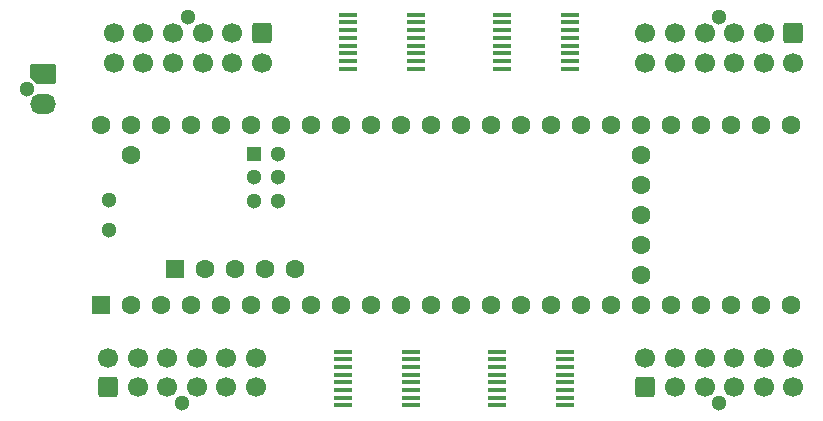
<source format=gbr>
%TF.GenerationSoftware,KiCad,Pcbnew,8.0.9-8.0.9-0~ubuntu22.04.1*%
%TF.CreationDate,2025-03-21T08:59:58-04:00*%
%TF.ProjectId,WS_Wheel_PCB,57535f57-6865-4656-9c5f-5043422e6b69,rev?*%
%TF.SameCoordinates,Original*%
%TF.FileFunction,Soldermask,Top*%
%TF.FilePolarity,Negative*%
%FSLAX46Y46*%
G04 Gerber Fmt 4.6, Leading zero omitted, Abs format (unit mm)*
G04 Created by KiCad (PCBNEW 8.0.9-8.0.9-0~ubuntu22.04.1) date 2025-03-21 08:59:58*
%MOMM*%
%LPD*%
G01*
G04 APERTURE LIST*
G04 Aperture macros list*
%AMRoundRect*
0 Rectangle with rounded corners*
0 $1 Rounding radius*
0 $2 $3 $4 $5 $6 $7 $8 $9 X,Y pos of 4 corners*
0 Add a 4 corners polygon primitive as box body*
4,1,4,$2,$3,$4,$5,$6,$7,$8,$9,$2,$3,0*
0 Add four circle primitives for the rounded corners*
1,1,$1+$1,$2,$3*
1,1,$1+$1,$4,$5*
1,1,$1+$1,$6,$7*
1,1,$1+$1,$8,$9*
0 Add four rect primitives between the rounded corners*
20,1,$1+$1,$2,$3,$4,$5,0*
20,1,$1+$1,$4,$5,$6,$7,0*
20,1,$1+$1,$6,$7,$8,$9,0*
20,1,$1+$1,$8,$9,$2,$3,0*%
%AMFreePoly0*
4,1,22,0.945671,0.830970,1.026777,0.776777,1.080970,0.695671,1.100000,0.600000,1.100000,-0.600000,1.080970,-0.695671,1.026777,-0.776777,0.945671,-0.830970,0.850000,-0.850000,-0.450000,-0.850000,-0.545671,-0.830970,-0.626777,-0.776777,-1.026777,-0.376777,-1.080970,-0.295671,-1.100000,-0.200000,-1.100000,0.600000,-1.080970,0.695671,-1.026777,0.776777,-0.945671,0.830970,-0.850000,0.850000,
0.850000,0.850000,0.945671,0.830970,0.945671,0.830970,$1*%
G04 Aperture macros list end*
%ADD10R,1.600000X1.600000*%
%ADD11C,1.600000*%
%ADD12R,1.300000X1.300000*%
%ADD13C,1.300000*%
%ADD14RoundRect,0.100000X0.675000X0.100000X-0.675000X0.100000X-0.675000X-0.100000X0.675000X-0.100000X0*%
%ADD15FreePoly0,0.000000*%
%ADD16O,2.200000X1.700000*%
%ADD17RoundRect,0.250000X-0.600000X0.600000X-0.600000X-0.600000X0.600000X-0.600000X0.600000X0.600000X0*%
%ADD18C,1.700000*%
%ADD19RoundRect,0.250000X0.600000X-0.600000X0.600000X0.600000X-0.600000X0.600000X-0.600000X-0.600000X0*%
%ADD20RoundRect,0.100000X-0.675000X-0.100000X0.675000X-0.100000X0.675000X0.100000X-0.675000X0.100000X0*%
G04 APERTURE END LIST*
D10*
%TO.C,U1*%
X118380000Y-70000000D03*
D11*
X120920000Y-70000000D03*
X123460000Y-70000000D03*
X126000000Y-70000000D03*
X128540000Y-70000000D03*
X131080000Y-70000000D03*
X133620000Y-70000000D03*
X136160000Y-70000000D03*
X138700000Y-70000000D03*
X141240000Y-70000000D03*
X143780000Y-70000000D03*
X146320000Y-70000000D03*
X148860000Y-70000000D03*
X151400000Y-70000000D03*
X153940000Y-70000000D03*
X156480000Y-70000000D03*
X159020000Y-70000000D03*
X161560000Y-70000000D03*
X164100000Y-70000000D03*
X166640000Y-70000000D03*
X169180000Y-70000000D03*
X171720000Y-70000000D03*
X174260000Y-70000000D03*
X176800000Y-70000000D03*
X176800000Y-54760000D03*
X174260000Y-54760000D03*
X171720000Y-54760000D03*
X169180000Y-54760000D03*
X166640000Y-54760000D03*
X164100000Y-54760000D03*
X161560000Y-54760000D03*
X159020000Y-54760000D03*
X156480000Y-54760000D03*
X153940000Y-54760000D03*
X151400000Y-54760000D03*
X148860000Y-54760000D03*
X146320000Y-54760000D03*
X143780000Y-54760000D03*
X141240000Y-54760000D03*
X138700000Y-54760000D03*
X136160000Y-54760000D03*
X133620000Y-54760000D03*
X131080000Y-54760000D03*
X128540000Y-54760000D03*
X126000000Y-54760000D03*
X123460000Y-54760000D03*
X120920000Y-54760000D03*
X118380000Y-54760000D03*
X120920000Y-57300000D03*
X164100000Y-67460000D03*
X164100000Y-64920000D03*
X164100000Y-62380000D03*
X164100000Y-59840000D03*
X164100000Y-57300000D03*
D10*
X124679200Y-66949200D03*
D11*
X127219200Y-66949200D03*
X129759200Y-66949200D03*
X132299200Y-66949200D03*
X134839200Y-66949200D03*
D12*
X131350000Y-57198400D03*
D13*
X131350000Y-59198400D03*
X131350000Y-61198400D03*
X133350000Y-61198400D03*
X133350000Y-59198400D03*
X133350000Y-57198400D03*
X119110000Y-61110000D03*
X119110000Y-63650000D03*
%TD*%
D14*
%TO.C,LS3*%
X144675000Y-78525000D03*
X144675000Y-77875000D03*
X144675000Y-77225000D03*
X144675000Y-76575000D03*
X144675000Y-75925000D03*
X144675000Y-75275000D03*
X144675000Y-74625000D03*
X144675000Y-73975000D03*
X138925000Y-73975000D03*
X138925000Y-74625000D03*
X138925000Y-75275000D03*
X138925000Y-75925000D03*
X138925000Y-76575000D03*
X138925000Y-77225000D03*
X138925000Y-77875000D03*
X138925000Y-78525000D03*
%TD*%
D13*
%TO.C,J1*%
X112160000Y-51750000D03*
D15*
X113500000Y-50500000D03*
D16*
X113500000Y-53000000D03*
%TD*%
D13*
%TO.C,C2*%
X170750000Y-45660000D03*
D17*
X177000000Y-47000000D03*
D18*
X174500000Y-47000000D03*
X172000000Y-47000000D03*
X169500000Y-47000000D03*
X167000000Y-47000000D03*
X164500000Y-47000000D03*
X177000000Y-49500000D03*
X174500000Y-49500000D03*
X172000000Y-49500000D03*
X169500000Y-49500000D03*
X167000000Y-49500000D03*
X164500000Y-49500000D03*
%TD*%
D13*
%TO.C,C1*%
X125750000Y-45660000D03*
D17*
X132000000Y-47000000D03*
D18*
X129500000Y-47000000D03*
X127000000Y-47000000D03*
X124500000Y-47000000D03*
X122000000Y-47000000D03*
X119500000Y-47000000D03*
X132000000Y-49500000D03*
X129500000Y-49500000D03*
X127000000Y-49500000D03*
X124500000Y-49500000D03*
X122000000Y-49500000D03*
X119500000Y-49500000D03*
%TD*%
D13*
%TO.C,C3*%
X125250000Y-78340000D03*
D19*
X119000000Y-77000000D03*
D18*
X121500000Y-77000000D03*
X124000000Y-77000000D03*
X126500000Y-77000000D03*
X129000000Y-77000000D03*
X131500000Y-77000000D03*
X119000000Y-74500000D03*
X121500000Y-74500000D03*
X124000000Y-74500000D03*
X126500000Y-74500000D03*
X129000000Y-74500000D03*
X131500000Y-74500000D03*
%TD*%
D13*
%TO.C,C4*%
X170750000Y-78340000D03*
D19*
X164500000Y-77000000D03*
D18*
X167000000Y-77000000D03*
X169500000Y-77000000D03*
X172000000Y-77000000D03*
X174500000Y-77000000D03*
X177000000Y-77000000D03*
X164500000Y-74500000D03*
X167000000Y-74500000D03*
X169500000Y-74500000D03*
X172000000Y-74500000D03*
X174500000Y-74500000D03*
X177000000Y-74500000D03*
%TD*%
D20*
%TO.C,LS1*%
X139325000Y-45450000D03*
X139325000Y-46100000D03*
X139325000Y-46750000D03*
X139325000Y-47400000D03*
X139325000Y-48050000D03*
X139325000Y-48700000D03*
X139325000Y-49350000D03*
X139325000Y-50000000D03*
X145075000Y-50000000D03*
X145075000Y-49350000D03*
X145075000Y-48700000D03*
X145075000Y-48050000D03*
X145075000Y-47400000D03*
X145075000Y-46750000D03*
X145075000Y-46100000D03*
X145075000Y-45450000D03*
%TD*%
%TO.C,LS2*%
X152325000Y-45450000D03*
X152325000Y-46100000D03*
X152325000Y-46750000D03*
X152325000Y-47400000D03*
X152325000Y-48050000D03*
X152325000Y-48700000D03*
X152325000Y-49350000D03*
X152325000Y-50000000D03*
X158075000Y-50000000D03*
X158075000Y-49350000D03*
X158075000Y-48700000D03*
X158075000Y-48050000D03*
X158075000Y-47400000D03*
X158075000Y-46750000D03*
X158075000Y-46100000D03*
X158075000Y-45450000D03*
%TD*%
D14*
%TO.C,LS4*%
X157675000Y-78525000D03*
X157675000Y-77875000D03*
X157675000Y-77225000D03*
X157675000Y-76575000D03*
X157675000Y-75925000D03*
X157675000Y-75275000D03*
X157675000Y-74625000D03*
X157675000Y-73975000D03*
X151925000Y-73975000D03*
X151925000Y-74625000D03*
X151925000Y-75275000D03*
X151925000Y-75925000D03*
X151925000Y-76575000D03*
X151925000Y-77225000D03*
X151925000Y-77875000D03*
X151925000Y-78525000D03*
%TD*%
M02*

</source>
